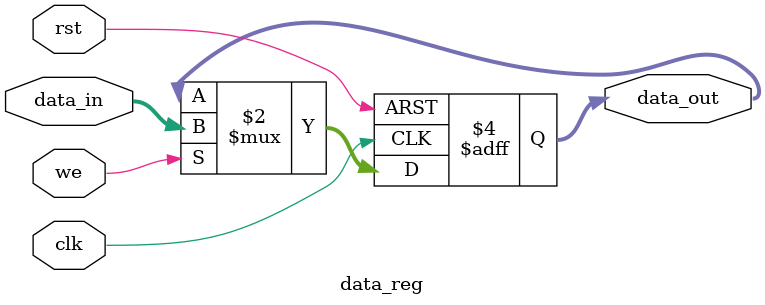
<source format=v>
module data_reg (
    input wire clk,
    input wire rst,
    input wire we,
    input wire [31:0] data_in,
    output reg [31:0] data_out
);

    always @(posedge clk or posedge rst) begin
        if (rst) begin
            data_out <= 32'b0;
        end else if (we) begin
            data_out <= data_in;
        end
    end
endmodule
</source>
